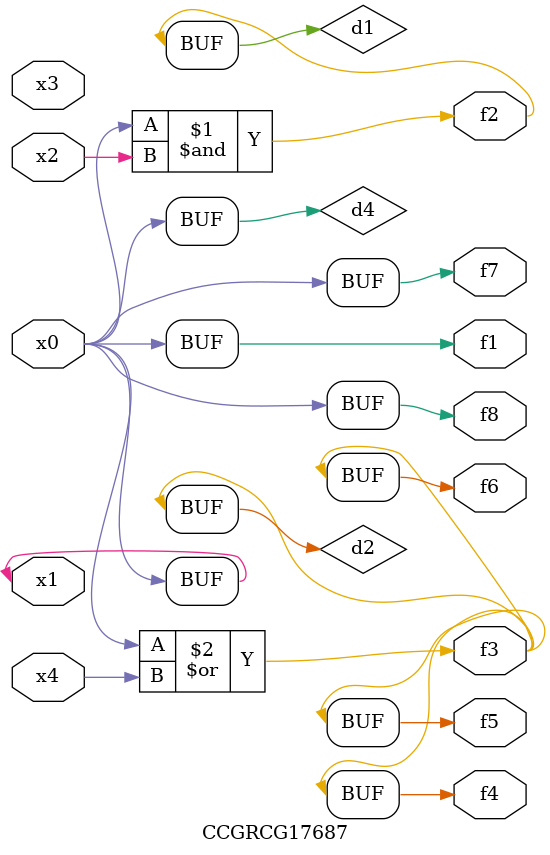
<source format=v>
module CCGRCG17687(
	input x0, x1, x2, x3, x4,
	output f1, f2, f3, f4, f5, f6, f7, f8
);

	wire d1, d2, d3, d4;

	and (d1, x0, x2);
	or (d2, x0, x4);
	nand (d3, x0, x2);
	buf (d4, x0, x1);
	assign f1 = d4;
	assign f2 = d1;
	assign f3 = d2;
	assign f4 = d2;
	assign f5 = d2;
	assign f6 = d2;
	assign f7 = d4;
	assign f8 = d4;
endmodule

</source>
